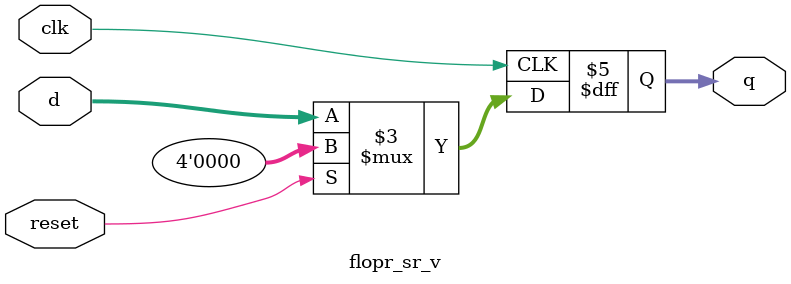
<source format=v>
module flopr_sr_v 
(
input clk,
input reset,
input [3:0] d,
output reg [3:0] q
);
// synchronous reset
always @ (posedge clk)
	if (reset) 
		q <= 4'b0;
	else 
		q <= d;
endmodule
</source>
